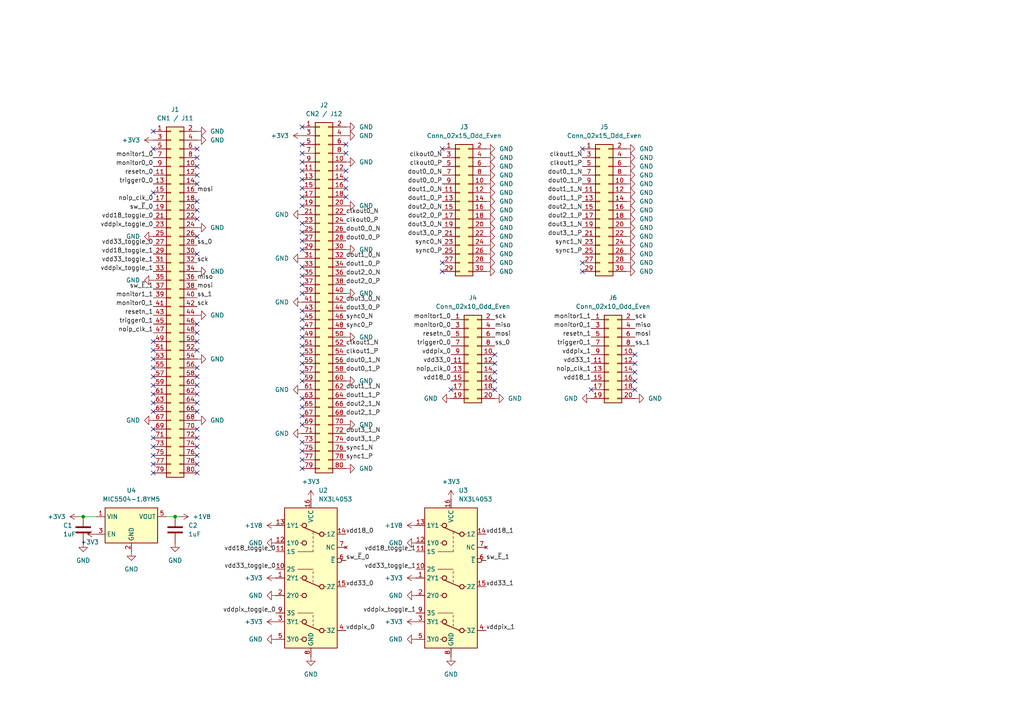
<source format=kicad_sch>
(kicad_sch (version 20231120) (generator "eeschema") (generator_version "8.0")
  (paper "A4")
  (lib_symbols
    (symbol "Connector_Generic:Conn_02x10_Odd_Even" (pin_names (offset 1.016) hide)
      (property "Reference" "J" (at 1.27 12.7 0))
      (property "Value" "Conn_02x10_Odd_Even" (at 1.27 -15.24 0))
      (symbol "Conn_02x10_Odd_Even_1_1"
        (pin passive line (at -5.08 10.16 0) (length 3.81) (name "Pin_1") (number "1"))
        (pin passive line (at 7.62 0 180) (length 3.81) (name "Pin_10") (number "10"))
        (pin passive line (at -5.08 -2.54 0) (length 3.81) (name "Pin_11") (number "11"))
        (pin passive line (at 7.62 -2.54 180) (length 3.81) (name "Pin_12") (number "12"))
        (pin passive line (at -5.08 -5.08 0) (length 3.81) (name "Pin_13") (number "13"))
        (pin passive line (at 7.62 -5.08 180) (length 3.81) (name "Pin_14") (number "14"))
        (pin passive line (at -5.08 -7.62 0) (length 3.81) (name "Pin_15") (number "15"))
        (pin passive line (at 7.62 -7.62 180) (length 3.81) (name "Pin_16") (number "16"))
        (pin passive line (at -5.08 -10.16 0) (length 3.81) (name "Pin_17") (number "17"))
        (pin passive line (at 7.62 -10.16 180) (length 3.81) (name "Pin_18") (number "18"))
        (pin passive line (at -5.08 -12.7 0) (length 3.81) (name "Pin_19") (number "19"))
        (pin passive line (at 7.62 10.16 180) (length 3.81) (name "Pin_2") (number "2"))
        (pin passive line (at 7.62 -12.7 180) (length 3.81) (name "Pin_20") (number "20"))
        (pin passive line (at -5.08 7.62 0) (length 3.81) (name "Pin_3") (number "3"))
        (pin passive line (at 7.62 7.62 180) (length 3.81) (name "Pin_4") (number "4"))
        (pin passive line (at -5.08 5.08 0) (length 3.81) (name "Pin_5") (number "5"))
        (pin passive line (at 7.62 5.08 180) (length 3.81) (name "Pin_6") (number "6"))
        (pin passive line (at -5.08 2.54 0) (length 3.81) (name "Pin_7") (number "7"))
        (pin passive line (at 7.62 2.54 180) (length 3.81) (name "Pin_8") (number "8"))
        (pin passive line (at -5.08 0 0) (length 3.81) (name "Pin_9") (number "9"))
      )
    )
    (symbol "Connector_Generic:Conn_02x15_Odd_Even" (pin_names (offset 1.016) hide)
      (property "Reference" "J" (at 1.27 20.32 0))
      (property "Value" "Conn_02x15_Odd_Even" (at 1.27 -20.32 0))
      (symbol "Conn_02x15_Odd_Even_1_1"
        (pin passive line (at -5.08 17.78 0) (length 3.81) (name "Pin_1") (number "1"))
        (pin passive line (at 7.62 7.62 180) (length 3.81) (name "Pin_10") (number "10"))
        (pin passive line (at -5.08 5.08 0) (length 3.81) (name "Pin_11") (number "11"))
        (pin passive line (at 7.62 5.08 180) (length 3.81) (name "Pin_12") (number "12"))
        (pin passive line (at -5.08 2.54 0) (length 3.81) (name "Pin_13") (number "13"))
        (pin passive line (at 7.62 2.54 180) (length 3.81) (name "Pin_14") (number "14"))
        (pin passive line (at -5.08 0 0) (length 3.81) (name "Pin_15") (number "15"))
        (pin passive line (at 7.62 0 180) (length 3.81) (name "Pin_16") (number "16"))
        (pin passive line (at -5.08 -2.54 0) (length 3.81) (name "Pin_17") (number "17"))
        (pin passive line (at 7.62 -2.54 180) (length 3.81) (name "Pin_18") (number "18"))
        (pin passive line (at -5.08 -5.08 0) (length 3.81) (name "Pin_19") (number "19"))
        (pin passive line (at 7.62 17.78 180) (length 3.81) (name "Pin_2") (number "2"))
        (pin passive line (at 7.62 -5.08 180) (length 3.81) (name "Pin_20") (number "20"))
        (pin passive line (at -5.08 -7.62 0) (length 3.81) (name "Pin_21") (number "21"))
        (pin passive line (at 7.62 -7.62 180) (length 3.81) (name "Pin_22") (number "22"))
        (pin passive line (at -5.08 -10.16 0) (length 3.81) (name "Pin_23") (number "23"))
        (pin passive line (at 7.62 -10.16 180) (length 3.81) (name "Pin_24") (number "24"))
        (pin passive line (at -5.08 -12.7 0) (length 3.81) (name "Pin_25") (number "25"))
        (pin passive line (at 7.62 -12.7 180) (length 3.81) (name "Pin_26") (number "26"))
        (pin passive line (at -5.08 -15.24 0) (length 3.81) (name "Pin_27") (number "27"))
        (pin passive line (at 7.62 -15.24 180) (length 3.81) (name "Pin_28") (number "28"))
        (pin passive line (at -5.08 -17.78 0) (length 3.81) (name "Pin_29") (number "29"))
        (pin passive line (at -5.08 15.24 0) (length 3.81) (name "Pin_3") (number "3"))
        (pin passive line (at 7.62 -17.78 180) (length 3.81) (name "Pin_30") (number "30"))
        (pin passive line (at 7.62 15.24 180) (length 3.81) (name "Pin_4") (number "4"))
        (pin passive line (at -5.08 12.7 0) (length 3.81) (name "Pin_5") (number "5"))
        (pin passive line (at 7.62 12.7 180) (length 3.81) (name "Pin_6") (number "6"))
        (pin passive line (at -5.08 10.16 0) (length 3.81) (name "Pin_7") (number "7"))
        (pin passive line (at 7.62 10.16 180) (length 3.81) (name "Pin_8") (number "8"))
        (pin passive line (at -5.08 7.62 0) (length 3.81) (name "Pin_9") (number "9"))
      )
    )
    (symbol "Connector_Generic:Conn_02x40_Odd_Even" (pin_names (offset 1.016) hide)
      (property "Reference" "J" (at 1.27 50.8 0))
      (property "Value" "Conn_02x40_Odd_Even" (at 1.27 -53.34 0))
      (symbol "Conn_02x40_Odd_Even_1_1"
        (pin passive line (at -5.08 48.26 0) (length 3.81) (name "Pin_1") (number "1"))
        (pin passive line (at 7.62 38.1 180) (length 3.81) (name "Pin_10") (number "10"))
        (pin passive line (at -5.08 35.56 0) (length 3.81) (name "Pin_11") (number "11"))
        (pin passive line (at 7.62 35.56 180) (length 3.81) (name "Pin_12") (number "12"))
        (pin passive line (at -5.08 33.02 0) (length 3.81) (name "Pin_13") (number "13"))
        (pin passive line (at 7.62 33.02 180) (length 3.81) (name "Pin_14") (number "14"))
        (pin passive line (at -5.08 30.48 0) (length 3.81) (name "Pin_15") (number "15"))
        (pin passive line (at 7.62 30.48 180) (length 3.81) (name "Pin_16") (number "16"))
        (pin passive line (at -5.08 27.94 0) (length 3.81) (name "Pin_17") (number "17"))
        (pin passive line (at 7.62 27.94 180) (length 3.81) (name "Pin_18") (number "18"))
        (pin passive line (at -5.08 25.4 0) (length 3.81) (name "Pin_19") (number "19"))
        (pin passive line (at 7.62 48.26 180) (length 3.81) (name "Pin_2") (number "2"))
        (pin passive line (at 7.62 25.4 180) (length 3.81) (name "Pin_20") (number "20"))
        (pin passive line (at -5.08 22.86 0) (length 3.81) (name "Pin_21") (number "21"))
        (pin passive line (at 7.62 22.86 180) (length 3.81) (name "Pin_22") (number "22"))
        (pin passive line (at -5.08 20.32 0) (length 3.81) (name "Pin_23") (number "23"))
        (pin passive line (at 7.62 20.32 180) (length 3.81) (name "Pin_24") (number "24"))
        (pin passive line (at -5.08 17.78 0) (length 3.81) (name "Pin_25") (number "25"))
        (pin passive line (at 7.62 17.78 180) (length 3.81) (name "Pin_26") (number "26"))
        (pin passive line (at -5.08 15.24 0) (length 3.81) (name "Pin_27") (number "27"))
        (pin passive line (at 7.62 15.24 180) (length 3.81) (name "Pin_28") (number "28"))
        (pin passive line (at -5.08 12.7 0) (length 3.81) (name "Pin_29") (number "29"))
        (pin passive line (at -5.08 45.72 0) (length 3.81) (name "Pin_3") (number "3"))
        (pin passive line (at 7.62 12.7 180) (length 3.81) (name "Pin_30") (number "30"))
        (pin passive line (at -5.08 10.16 0) (length 3.81) (name "Pin_31") (number "31"))
        (pin passive line (at 7.62 10.16 180) (length 3.81) (name "Pin_32") (number "32"))
        (pin passive line (at -5.08 7.62 0) (length 3.81) (name "Pin_33") (number "33"))
        (pin passive line (at 7.62 7.62 180) (length 3.81) (name "Pin_34") (number "34"))
        (pin passive line (at -5.08 5.08 0) (length 3.81) (name "Pin_35") (number "35"))
        (pin passive line (at 7.62 5.08 180) (length 3.81) (name "Pin_36") (number "36"))
        (pin passive line (at -5.08 2.54 0) (length 3.81) (name "Pin_37") (number "37"))
        (pin passive line (at 7.62 2.54 180) (length 3.81) (name "Pin_38") (number "38"))
        (pin passive line (at -5.08 0 0) (length 3.81) (name "Pin_39") (number "39"))
        (pin passive line (at 7.62 45.72 180) (length 3.81) (name "Pin_4") (number "4"))
        (pin passive line (at 7.62 0 180) (length 3.81) (name "Pin_40") (number "40"))
        (pin passive line (at -5.08 -2.54 0) (length 3.81) (name "Pin_41") (number "41"))
        (pin passive line (at 7.62 -2.54 180) (length 3.81) (name "Pin_42") (number "42"))
        (pin passive line (at -5.08 -5.08 0) (length 3.81) (name "Pin_43") (number "43"))
        (pin passive line (at 7.62 -5.08 180) (length 3.81) (name "Pin_44") (number "44"))
        (pin passive line (at -5.08 -7.62 0) (length 3.81) (name "Pin_45") (number "45"))
        (pin passive line (at 7.62 -7.62 180) (length 3.81) (name "Pin_46") (number "46"))
        (pin passive line (at -5.08 -10.16 0) (length 3.81) (name "Pin_47") (number "47"))
        (pin passive line (at 7.62 -10.16 180) (length 3.81) (name "Pin_48") (number "48"))
        (pin passive line (at -5.08 -12.7 0) (length 3.81) (name "Pin_49") (number "49"))
        (pin passive line (at -5.08 43.18 0) (length 3.81) (name "Pin_5") (number "5"))
        (pin passive line (at 7.62 -12.7 180) (length 3.81) (name "Pin_50") (number "50"))
        (pin passive line (at -5.08 -15.24 0) (length 3.81) (name "Pin_51") (number "51"))
        (pin passive line (at 7.62 -15.24 180) (length 3.81) (name "Pin_52") (number "52"))
        (pin passive line (at -5.08 -17.78 0) (length 3.81) (name "Pin_53") (number "53"))
        (pin passive line (at 7.62 -17.78 180) (length 3.81) (name "Pin_54") (number "54"))
        (pin passive line (at -5.08 -20.32 0) (length 3.81) (name "Pin_55") (number "55"))
        (pin passive line (at 7.62 -20.32 180) (length 3.81) (name "Pin_56") (number "56"))
        (pin passive line (at -5.08 -22.86 0) (length 3.81) (name "Pin_57") (number "57"))
        (pin passive line (at 7.62 -22.86 180) (length 3.81) (name "Pin_58") (number "58"))
        (pin passive line (at -5.08 -25.4 0) (length 3.81) (name "Pin_59") (number "59"))
        (pin passive line (at 7.62 43.18 180) (length 3.81) (name "Pin_6") (number "6"))
        (pin passive line (at 7.62 -25.4 180) (length 3.81) (name "Pin_60") (number "60"))
        (pin passive line (at -5.08 -27.94 0) (length 3.81) (name "Pin_61") (number "61"))
        (pin passive line (at 7.62 -27.94 180) (length 3.81) (name "Pin_62") (number "62"))
        (pin passive line (at -5.08 -30.48 0) (length 3.81) (name "Pin_63") (number "63"))
        (pin passive line (at 7.62 -30.48 180) (length 3.81) (name "Pin_64") (number "64"))
        (pin passive line (at -5.08 -33.02 0) (length 3.81) (name "Pin_65") (number "65"))
        (pin passive line (at 7.62 -33.02 180) (length 3.81) (name "Pin_66") (number "66"))
        (pin passive line (at -5.08 -35.56 0) (length 3.81) (name "Pin_67") (number "67"))
        (pin passive line (at 7.62 -35.56 180) (length 3.81) (name "Pin_68") (number "68"))
        (pin passive line (at -5.08 -38.1 0) (length 3.81) (name "Pin_69") (number "69"))
        (pin passive line (at -5.08 40.64 0) (length 3.81) (name "Pin_7") (number "7"))
        (pin passive line (at 7.62 -38.1 180) (length 3.81) (name "Pin_70") (number "70"))
        (pin passive line (at -5.08 -40.64 0) (length 3.81) (name "Pin_71") (number "71"))
        (pin passive line (at 7.62 -40.64 180) (length 3.81) (name "Pin_72") (number "72"))
        (pin passive line (at -5.08 -43.18 0) (length 3.81) (name "Pin_73") (number "73"))
        (pin passive line (at 7.62 -43.18 180) (length 3.81) (name "Pin_74") (number "74"))
        (pin passive line (at -5.08 -45.72 0) (length 3.81) (name "Pin_75") (number "75"))
        (pin passive line (at 7.62 -45.72 180) (length 3.81) (name "Pin_76") (number "76"))
        (pin passive line (at -5.08 -48.26 0) (length 3.81) (name "Pin_77") (number "77"))
        (pin passive line (at 7.62 -48.26 180) (length 3.81) (name "Pin_78") (number "78"))
        (pin passive line (at -5.08 -50.8 0) (length 3.81) (name "Pin_79") (number "79"))
        (pin passive line (at 7.62 40.64 180) (length 3.81) (name "Pin_8") (number "8"))
        (pin passive line (at 7.62 -50.8 180) (length 3.81) (name "Pin_80") (number "80"))
        (pin passive line (at -5.08 38.1 0) (length 3.81) (name "Pin_9") (number "9"))
      )
    )
    (symbol "Device:C" (pin_numbers hide) (pin_names (offset 0.254))
      (property "Reference" "C" (at 0.635 2.54 0))
      (property "Value" "C" (at 0.635 -2.54 0))
      (symbol "C_1_1"
        (pin passive line (at 0 3.81 270) (length 2.794) (name "~") (number "1"))
        (pin passive line (at 0 -3.81 90) (length 2.794) (name "~") (number "2"))
      )
    )
    (symbol "NX3L4053:NX3L4053"
      (property "Reference" "U" (at -7.62 16.51 0))
      (property "Value" "NX3L4053" (at 0.635 16.51 0))
      (symbol "NX3L4053_1_1"
        (pin bidirectional line (at -10.16 -5.08 0) (length 2.54) (name "2Y1") (number "1"))
        (pin input line (at -10.16 -2.54 0) (length 2.54) (name "2S") (number "10"))
        (pin input line (at -10.16 2.54 0) (length 2.54) (name "1S") (number "11"))
        (pin passive line (at 0 -27.94 90) (length 2.54) hide (name "GND") (number "11"))
        (pin bidirectional line (at -10.16 5.08 0) (length 2.54) (name "1Y0") (number "12"))
        (pin bidirectional line (at -10.16 10.16 0) (length 2.54) (name "1Y1") (number "13"))
        (pin bidirectional line (at 10.16 7.62 180) (length 2.54) (name "1Z") (number "14"))
        (pin bidirectional line (at 10.16 -7.62 180) (length 2.54) (name "2Z") (number "15"))
        (pin power_in line (at 0 17.78 270) (length 2.54) (name "VCC") (number "16"))
        (pin bidirectional line (at -10.16 -10.16 0) (length 2.54) (name "2Y0") (number "2"))
        (pin bidirectional line (at -10.16 -17.78 0) (length 2.54) (name "3Y1") (number "3"))
        (pin bidirectional line (at 10.16 -20.32 180) (length 2.54) (name "3Z") (number "4"))
        (pin bidirectional line (at -10.16 -22.86 0) (length 2.54) (name "3Y0") (number "5"))
        (pin bidirectional inverted (at 10.16 0 180) (length 2.54) (name "~{E}") (number "6"))
        (pin no_connect line (at 10.16 3.81 180) (length 2.54) (name "NC") (number "7"))
        (pin power_in line (at 0 -27.94 90) (length 2.54) (name "GND") (number "8"))
        (pin input line (at -10.16 -15.24 0) (length 2.54) (name "3S") (number "9"))
      )
    )
    (symbol "Regulator_Linear:MIC5504-1.8YM5"
      (property "Reference" "U" (at -7.62 8.89 0))
      (property "Value" "MIC5504-1.8YM5" (at -7.62 6.35 0))
      (symbol "MIC5504-1.8YM5_1_1"
        (pin power_in line (at -10.16 2.54 0) (length 2.54) (name "VIN") (number "1"))
        (pin power_in line (at 0 -7.62 90) (length 2.54) (name "GND") (number "2"))
        (pin input line (at -10.16 -2.54 0) (length 2.54) (name "EN") (number "3"))
        (pin no_connect line (at 7.62 -2.54 180) (length 2.54) hide (name "NC") (number "4"))
        (pin power_out line (at 10.16 2.54 180) (length 2.54) (name "VOUT") (number "5"))
      )
    )
    (symbol "power:+1V8" (power) (pin_numbers hide) (pin_names (offset 0) hide)
      (property "Value" "+1V8" (at 0 3.556 0))
      (symbol "+1V8_1_1"
        (pin power_in line (at 0 0 90) (length 0) (name "~") (number "1"))
      )
    )
    (symbol "power:+3.3V" (power) (pin_numbers hide) (pin_names (offset 0) hide)
      (property "Value" "+3.3V" (at 0 3.556 0))
      (symbol "+3.3V_1_1"
        (pin power_in line (at 0 0 90) (length 0) (name "~") (number "1"))
      )
    )
    (symbol "power:+3V3" (power) (pin_numbers hide) (pin_names (offset 0) hide)
      (property "Value" "+3V3" (at 0 3.556 0))
      (symbol "+3V3_1_1"
        (pin power_in line (at 0 0 90) (length 0) (name "~") (number "1"))
      )
    )
    (symbol "power:GND" (power) (pin_numbers hide) (pin_names (offset 0) hide)
      (property "Value" "GND" (at 0 -3.81 0))
      (symbol "GND_1_1"
        (pin power_in line (at 0 0 270) (length 0) (name "~") (number "1"))
      )
    )
  )
  (junction (at 24.13 149.86))
  (junction (at 50.8 149.86))
  (no_connect (at 100.33 44.45))
  (no_connect (at 87.63 64.77))
  (no_connect (at 87.63 44.45))
  (no_connect (at 87.63 135.89))
  (no_connect (at 57.15 63.5))
  (no_connect (at 57.15 101.6))
  (no_connect (at 143.51 107.95))
  (no_connect (at 168.91 76.2))
  (no_connect (at 143.51 102.87))
  (no_connect (at 87.63 95.25))
  (no_connect (at 44.45 101.6))
  (no_connect (at 168.91 78.74))
  (no_connect (at 57.15 50.8))
  (no_connect (at 128.27 76.2))
  (no_connect (at 87.63 105.41))
  (no_connect (at 87.63 133.35))
  (no_connect (at 57.15 73.66))
  (no_connect (at 57.15 53.34))
  (no_connect (at 57.15 114.3))
  (no_connect (at 87.63 59.69))
  (no_connect (at 168.91 43.18))
  (no_connect (at 184.15 107.95))
  (no_connect (at 57.15 99.06))
  (no_connect (at 128.27 43.18))
  (no_connect (at 100.33 52.07))
  (no_connect (at 44.45 43.18))
  (no_connect (at 57.15 58.42))
  (no_connect (at 100.33 57.15))
  (no_connect (at 44.45 111.76))
  (no_connect (at 57.15 109.22))
  (no_connect (at 57.15 96.52))
  (no_connect (at 57.15 127))
  (no_connect (at 171.45 113.03))
  (no_connect (at 184.15 102.87))
  (no_connect (at 130.81 113.03))
  (no_connect (at 57.15 48.26))
  (no_connect (at 87.63 69.85))
  (no_connect (at 57.15 106.68))
  (no_connect (at 57.15 129.54))
  (no_connect (at 143.51 113.03))
  (no_connect (at 44.45 116.84))
  (no_connect (at 57.15 93.98))
  (no_connect (at 44.45 38.1))
  (no_connect (at 87.63 72.39))
  (no_connect (at 57.15 119.38))
  (no_connect (at 87.63 92.71))
  (no_connect (at 44.45 99.06))
  (no_connect (at 44.45 129.54))
  (no_connect (at 87.63 115.57))
  (no_connect (at 44.45 114.3))
  (no_connect (at 87.63 46.99))
  (no_connect (at 44.45 137.16))
  (no_connect (at 57.15 116.84))
  (no_connect (at 87.63 100.33))
  (no_connect (at 87.63 130.81))
  (no_connect (at 57.15 45.72))
  (no_connect (at 87.63 123.19))
  (no_connect (at 87.63 102.87))
  (no_connect (at 128.27 78.74))
  (no_connect (at 87.63 110.49))
  (no_connect (at 87.63 85.09))
  (no_connect (at 44.45 124.46))
  (no_connect (at 100.33 54.61))
  (no_connect (at 44.45 55.88))
  (no_connect (at 57.15 134.62))
  (no_connect (at 87.63 49.53))
  (no_connect (at 87.63 128.27))
  (no_connect (at 143.51 105.41))
  (no_connect (at 143.51 110.49))
  (no_connect (at 87.63 90.17))
  (no_connect (at 184.15 105.41))
  (no_connect (at 44.45 134.62))
  (no_connect (at 87.63 107.95))
  (no_connect (at 87.63 36.83))
  (no_connect (at 87.63 120.65))
  (no_connect (at 87.63 67.31))
  (no_connect (at 87.63 97.79))
  (no_connect (at 100.33 49.53))
  (no_connect (at 44.45 132.08))
  (no_connect (at 184.15 110.49))
  (no_connect (at 87.63 77.47))
  (no_connect (at 57.15 137.16))
  (no_connect (at 44.45 119.38))
  (no_connect (at 87.63 41.91))
  (no_connect (at 44.45 104.14))
  (no_connect (at 87.63 54.61))
  (no_connect (at 44.45 127))
  (no_connect (at 57.15 43.18))
  (no_connect (at 184.15 113.03))
  (no_connect (at 57.15 132.08))
  (no_connect (at 87.63 82.55))
  (no_connect (at 87.63 118.11))
  (no_connect (at 87.63 80.01))
  (no_connect (at 44.45 106.68))
  (no_connect (at 57.15 111.76))
  (no_connect (at 44.45 109.22))
  (no_connect (at 57.15 68.58))
  (no_connect (at 57.15 60.96))
  (no_connect (at 87.63 57.15))
  (no_connect (at 100.33 41.91))
  (no_connect (at 57.15 124.46))
  (no_connect (at 87.63 52.07))
  (wire (pts (xy 52.07 149.86) (xy 50.8 149.86)))
  (wire (pts (xy 24.13 149.86) (xy 27.94 149.86)))
  (wire (pts (xy 50.8 149.86) (xy 48.26 149.86)))
  (wire (pts (xy 22.86 149.86) (xy 24.13 149.86)))
  (label "dout0_1_P" (at 100.33 107.95 0))
  (label "resetn_1" (at 171.45 97.79 180))
  (label "sync0_P" (at 100.33 95.25 0))
  (label "miso" (at 184.15 95.25 0))
  (label "sck" (at 143.51 92.71 0))
  (label "sync1_N" (at 100.33 130.81 0))
  (label "sw_~{E}_1" (at 44.45 83.82 180))
  (label "vdd33_1" (at 171.45 105.41 180))
  (label "vdd33_toggle_1" (at 120.65 165.1 180))
  (label "dout1_0_N" (at 128.27 55.88 180))
  (label "clkout0_P" (at 100.33 64.77 0))
  (label "dout2_1_N" (at 168.91 60.96 180))
  (label "clkout1_N" (at 100.33 100.33 0))
  (label "vddpix_toggle_0" (at 80.01 177.8 180))
  (label "ss_1" (at 184.15 100.33 0))
  (label "sck" (at 57.15 76.2 0))
  (label "ss_0" (at 143.51 100.33 0))
  (label "sync0_N" (at 100.33 92.71 0))
  (label "dout3_1_P" (at 100.33 128.27 0))
  (label "dout1_1_N" (at 168.91 55.88 180))
  (label "vdd33_1" (at 140.97 170.18 0))
  (label "vdd18_0" (at 130.81 110.49 180))
  (label "dout2_1_P" (at 100.33 120.65 0))
  (label "clkout1_N" (at 168.91 45.72 180))
  (label "monitor0_1" (at 44.45 88.9 180))
  (label "clkout0_P" (at 128.27 48.26 180))
  (label "dout0_0_N" (at 100.33 67.31 0))
  (label "clkout0_N" (at 128.27 45.72 180))
  (label "dout3_0_N" (at 128.27 66.04 180))
  (label "vddpix_toggle_0" (at 44.45 66.04 180))
  (label "vdd33_toggle_1" (at 44.45 76.2 180))
  (label "dout0_1_N" (at 100.33 105.41 0))
  (label "clkout1_P" (at 100.33 102.87 0))
  (label "clkout1_P" (at 168.91 48.26 180))
  (label "dout1_0_N" (at 100.33 74.93 0))
  (label "dout3_0_P" (at 100.33 90.17 0))
  (label "monitor0_0" (at 130.81 95.25 180))
  (label "vdd33_0" (at 130.81 105.41 180))
  (label "vddpix_1" (at 171.45 102.87 180))
  (label "dout2_1_N" (at 100.33 118.11 0))
  (label "sw_~{E}_0" (at 44.45 60.96 180))
  (label "monitor1_1" (at 44.45 86.36 180))
  (label "dout3_0_N" (at 100.33 87.63 0))
  (label "vdd18_toggle_0" (at 80.01 160.02 180))
  (label "mosi" (at 143.51 97.79 0))
  (label "vdd33_0" (at 100.33 170.18 0))
  (label "miso" (at 57.15 81.28 0))
  (label "dout1_0_P" (at 100.33 77.47 0))
  (label "dout1_1_N" (at 100.33 113.03 0))
  (label "dout3_1_N" (at 100.33 125.73 0))
  (label "vddpix_0" (at 100.33 182.88 0))
  (label "mosi" (at 57.15 83.82 0))
  (label "dout0_0_P" (at 100.33 69.85 0))
  (label "monitor1_0" (at 130.81 92.71 180))
  (label "sync1_P" (at 100.33 133.35 0))
  (label "trigger0_0" (at 130.81 100.33 180))
  (label "dout0_0_N" (at 128.27 50.8 180))
  (label "vdd18_1" (at 171.45 110.49 180))
  (label "sw_~{E}_0" (at 100.33 162.56 0))
  (label "resetn_1" (at 44.45 91.44 180))
  (label "sync0_N" (at 128.27 71.12 180))
  (label "vddpix_toggle_1" (at 120.65 177.8 180))
  (label "monitor1_0" (at 44.45 45.72 180))
  (label "dout2_0_P" (at 100.33 82.55 0))
  (label "mosi" (at 184.15 97.79 0))
  (label "trigger0_1" (at 44.45 93.98 180))
  (label "ss_1" (at 57.15 86.36 0))
  (label "trigger0_0" (at 44.45 53.34 180))
  (label "resetn_0" (at 44.45 50.8 180))
  (label "dout0_0_P" (at 128.27 53.34 180))
  (label "vdd33_toggle_0" (at 44.45 71.12 180))
  (label "dout0_1_N" (at 168.91 50.8 180))
  (label "dout2_0_P" (at 128.27 63.5 180))
  (label "noip_clk_1" (at 171.45 107.95 180))
  (label "monitor0_0" (at 44.45 48.26 180))
  (label "monitor0_1" (at 171.45 95.25 180))
  (label "vdd18_toggle_1" (at 120.65 160.02 180))
  (label "dout3_1_N" (at 168.91 66.04 180))
  (label "dout0_1_P" (at 168.91 53.34 180))
  (label "dout3_0_P" (at 128.27 68.58 180))
  (label "noip_clk_1" (at 44.45 96.52 180))
  (label "dout1_1_P" (at 100.33 115.57 0))
  (label "vdd18_1" (at 140.97 154.94 0))
  (label "vddpix_toggle_1" (at 44.45 78.74 180))
  (label "ss_0" (at 57.15 71.12 0))
  (label "resetn_0" (at 130.81 97.79 180))
  (label "miso" (at 143.51 95.25 0))
  (label "sw_~{E}_1" (at 140.97 162.56 0))
  (label "vdd18_0" (at 100.33 154.94 0))
  (label "vdd18_toggle_0" (at 44.45 63.5 180))
  (label "sync1_P" (at 168.91 73.66 180))
  (label "noip_clk_0" (at 44.45 58.42 180))
  (label "vdd33_toggle_0" (at 80.01 165.1 180))
  (label "sck" (at 184.15 92.71 0))
  (label "clkout0_N" (at 100.33 62.23 0))
  (label "dout2_0_N" (at 128.27 60.96 180))
  (label "vddpix_0" (at 130.81 102.87 180))
  (label "vdd18_toggle_1" (at 44.45 73.66 180))
  (label "dout2_1_P" (at 168.91 63.5 180))
  (label "dout1_1_P" (at 168.91 58.42 180))
  (label "trigger0_1" (at 171.45 100.33 180))
  (label "sync0_P" (at 128.27 73.66 180))
  (label "dout2_0_N" (at 100.33 80.01 0))
  (label "dout1_0_P" (at 128.27 58.42 180))
  (label "sync1_N" (at 168.91 71.12 180))
  (label "vddpix_1" (at 140.97 182.88 0))
  (label "monitor1_1" (at 171.45 92.71 180))
  (label "noip_clk_0" (at 130.81 107.95 180))
  (label "mosi" (at 57.15 55.88 0))
  (label "sck" (at 57.15 88.9 0))
  (label "dout3_1_P" (at 168.91 68.58 180))
  (symbol (lib_id "power:GND") (at 100.33 85.09 90) (unit 1)
    (property "Reference" "#PWR028" (effects (hide yes)))
    (property "Value" "GND" (at 104.14 85.0899 90) (effects (justify right)))
    (property "Description" "Power symbol creates a global label with name \"GND\" , ground" (effects (hide yes)))
  )
  (symbol (lib_id "power:GND") (at 57.15 78.74 90) (unit 1)
    (property "Reference" "#PWR020" (effects (hide yes)))
    (property "Value" "GND" (at 60.96 78.7399 90) (effects (justify right)))
    (property "Description" "Power symbol creates a global label with name \"GND\" , ground" (effects (hide yes)))
  )
  (symbol (lib_id "power:GND") (at 90.17 190.5 0) (unit 1)
    (property "Reference" "#PWR043" (effects (hide yes)))
    (property "Value" "GND" (at 90.17 195.58 0))
    (property "Description" "Power symbol creates a global label with name \"GND\" , ground" (effects (hide yes)))
  )
  (symbol (lib_id "NX3L4053:NX3L4053") (at 130.81 162.56 0) (unit 1)
    (property "Reference" "U3" (at 133.0041 142.24 0) (effects (justify left)))
    (property "Value" "NX3L4053" (at 133.0041 144.78 0) (effects (justify left)))
    (property "Footprint" "NX3L4053PW_118:SOP65P640X110-16N" (effects (hide yes)))
    (property "Datasheet" "https://www.mouser.fr/datasheet/2/302/NX3L4053-1902135.pdf" (effects (hide yes)))
    (property "Description" "Triple low-ohmic single-pole double-throw analog switch" (effects (hide yes)))
  )
  (symbol (lib_id "power:GND") (at 44.45 81.28 270) (unit 1)
    (property "Reference" "#PWR067" (effects (hide yes)))
    (property "Value" "GND" (at 40.64 81.2799 90) (effects (justify right)))
    (property "Description" "Power symbol creates a global label with name \"GND\" , ground" (effects (hide yes)))
  )
  (symbol (lib_id "power:GND") (at 140.97 60.96 90) (unit 1)
    (property "Reference" "#PWR010" (effects (hide yes)))
    (property "Value" "GND" (at 144.78 60.9599 90) (effects (justify right)))
    (property "Description" "Power symbol creates a global label with name \"GND\" , ground" (effects (hide yes)))
  )
  (symbol (lib_id "power:GND") (at 57.15 38.1 90) (unit 1)
    (property "Reference" "#PWR014" (effects (hide yes)))
    (property "Value" "GND" (at 60.96 38.0999 90) (effects (justify right)))
    (property "Description" "Power symbol creates a global label with name \"GND\" , ground" (effects (hide yes)))
  )
  (symbol (lib_id "Connector_Generic:Conn_02x40_Odd_Even") (at 49.53 86.36 0) (unit 1)
    (property "Reference" "J1" (at 50.8 31.75 0))
    (property "Value" "CN1 / J11" (at 50.8 34.29 0))
    (property "Footprint" "TFM-140-12-L-D-A:SAMTEC_TFM-140-12-L-D-A" (effects (hide yes)))
    (property "Description" "Generic connector, double row, 02x40, odd/even pin numbering scheme (row 1 odd numbers, row 2 even numbers), script generated (kicad-library-utils/schlib/autogen/connector/)" (effects (hide yes)))
  )
  (symbol (lib_id "power:GND") (at 100.33 72.39 90) (unit 1)
    (property "Reference" "#PWR027" (effects (hide yes)))
    (property "Value" "GND" (at 104.14 72.3899 90) (effects (justify right)))
    (property "Description" "Power symbol creates a global label with name \"GND\" , ground" (effects (hide yes)))
  )
  (symbol (lib_id "power:GND") (at 181.61 78.74 90) (unit 1)
    (property "Reference" "#PWR083" (effects (hide yes)))
    (property "Value" "GND" (at 185.42 78.7399 90) (effects (justify right)))
    (property "Description" "Power symbol creates a global label with name \"GND\" , ground" (effects (hide yes)))
  )
  (symbol (lib_id "power:GND") (at 181.61 66.04 90) (unit 1)
    (property "Reference" "#PWR039" (effects (hide yes)))
    (property "Value" "GND" (at 185.42 66.0399 90) (effects (justify right)))
    (property "Description" "Power symbol creates a global label with name \"GND\" , ground" (effects (hide yes)))
  )
  (symbol (lib_id "power:GND") (at 140.97 48.26 90) (unit 1)
    (property "Reference" "#PWR05" (effects (hide yes)))
    (property "Value" "GND" (at 144.78 48.2599 90) (effects (justify right)))
    (property "Description" "Power symbol creates a global label with name \"GND\" , ground" (effects (hide yes)))
  )
  (symbol (lib_id "power:GND") (at 140.97 43.18 90) (unit 1)
    (property "Reference" "#PWR03" (effects (hide yes)))
    (property "Value" "GND" (at 144.78 43.1799 90) (effects (justify right)))
    (property "Description" "Power symbol creates a global label with name \"GND\" , ground" (effects (hide yes)))
  )
  (symbol (lib_id "power:GND") (at 140.97 76.2 90) (unit 1)
    (property "Reference" "#PWR075" (effects (hide yes)))
    (property "Value" "GND" (at 144.78 76.1999 90) (effects (justify right)))
    (property "Description" "Power symbol creates a global label with name \"GND\" , ground" (effects (hide yes)))
  )
  (symbol (lib_id "power:+3.3V") (at 27.94 154.94 90) (unit 1)
    (property "Reference" "#PWR073" (effects (hide yes)))
    (property "Value" "+3V3" (at 28.702 157.226 90) (effects (justify left)))
    (property "Description" "Power symbol creates a global label with name \"+3.3V\"" (effects (hide yes)))
  )
  (symbol (lib_id "power:GND") (at 140.97 78.74 90) (unit 1)
    (property "Reference" "#PWR076" (effects (hide yes)))
    (property "Value" "GND" (at 144.78 78.7399 90) (effects (justify right)))
    (property "Description" "Power symbol creates a global label with name \"GND\" , ground" (effects (hide yes)))
  )
  (symbol (lib_id "power:GND") (at 87.63 87.63 270) (unit 1)
    (property "Reference" "#PWR064" (effects (hide yes)))
    (property "Value" "GND" (at 83.82 87.6299 90) (effects (justify right)))
    (property "Description" "Power symbol creates a global label with name \"GND\" , ground" (effects (hide yes)))
  )
  (symbol (lib_id "power:+3.3V") (at 120.65 167.64 90) (mirror x) (unit 1)
    (property "Reference" "#PWR053" (effects (hide yes)))
    (property "Value" "+3V3" (at 116.84 167.6401 90) (effects (justify left)))
    (property "Description" "Power symbol creates a global label with name \"+3.3V\"" (effects (hide yes)))
  )
  (symbol (lib_id "power:GND") (at 140.97 55.88 90) (unit 1)
    (property "Reference" "#PWR08" (effects (hide yes)))
    (property "Value" "GND" (at 144.78 55.8799 90) (effects (justify right)))
    (property "Description" "Power symbol creates a global label with name \"GND\" , ground" (effects (hide yes)))
  )
  (symbol (lib_id "power:GND") (at 181.61 48.26 90) (unit 1)
    (property "Reference" "#PWR032" (effects (hide yes)))
    (property "Value" "GND" (at 185.42 48.2599 90) (effects (justify right)))
    (property "Description" "Power symbol creates a global label with name \"GND\" , ground" (effects (hide yes)))
  )
  (symbol (lib_id "Connector_Generic:Conn_02x10_Odd_Even") (at 135.89 102.87 0) (unit 1)
    (property "Reference" "J4" (at 137.16 86.36 0))
    (property "Value" "Conn_02x10_Odd_Even" (at 137.16 88.9 0))
    (property "Footprint" "SAMTEC_TFML11002LDLC:SAMTEC_TFML-110-02-L-D-LC-TR" (effects (hide yes)))
    (property "Description" "Generic connector, double row, 02x10, odd/even pin numbering scheme (row 1 odd numbers, row 2 even numbers), script generated (kicad-library-utils/schlib/autogen/connector/)" (effects (hide yes)))
  )
  (symbol (lib_id "power:GND") (at 87.63 62.23 270) (unit 1)
    (property "Reference" "#PWR066" (effects (hide yes)))
    (property "Value" "GND" (at 83.82 62.2299 90) (effects (justify right)))
    (property "Description" "Power symbol creates a global label with name \"GND\" , ground" (effects (hide yes)))
  )
  (symbol (lib_id "power:GND") (at 100.33 135.89 90) (unit 1)
    (property "Reference" "#PWR063" (effects (hide yes)))
    (property "Value" "GND" (at 104.14 135.8899 90) (effects (justify right)))
    (property "Description" "Power symbol creates a global label with name \"GND\" , ground" (effects (hide yes)))
  )
  (symbol (lib_id "power:GND") (at 120.65 185.42 270) (mirror x) (unit 1)
    (property "Reference" "#PWR050" (effects (hide yes)))
    (property "Value" "GND" (at 116.84 185.4201 90) (effects (justify right)))
    (property "Description" "Power symbol creates a global label with name \"GND\" , ground" (effects (hide yes)))
  )
  (symbol (lib_id "power:+1V8") (at 80.01 152.4 90) (mirror x) (unit 1)
    (property "Reference" "#PWR026" (effects (hide yes)))
    (property "Value" "+1V8" (at 76.2 152.4001 90) (effects (justify left)))
    (property "Description" "Power symbol creates a global label with name \"+1V8\"" (effects (hide yes)))
  )
  (symbol (lib_id "power:GND") (at 140.97 45.72 90) (unit 1)
    (property "Reference" "#PWR04" (effects (hide yes)))
    (property "Value" "GND" (at 144.78 45.7199 90) (effects (justify right)))
    (property "Description" "Power symbol creates a global label with name \"GND\" , ground" (effects (hide yes)))
  )
  (symbol (lib_id "power:GND") (at 100.33 36.83 90) (unit 1)
    (property "Reference" "#PWR017" (effects (hide yes)))
    (property "Value" "GND" (at 104.14 36.8299 90) (effects (justify right)))
    (property "Description" "Power symbol creates a global label with name \"GND\" , ground" (effects (hide yes)))
  )
  (symbol (lib_id "NX3L4053:NX3L4053") (at 90.17 162.56 0) (unit 1)
    (property "Reference" "U2" (at 92.3641 142.24 0) (effects (justify left)))
    (property "Value" "NX3L4053" (at 92.3641 144.78 0) (effects (justify left)))
    (property "Footprint" "NX3L4053PW_118:SOP65P640X110-16N" (effects (hide yes)))
    (property "Datasheet" "https://www.mouser.fr/datasheet/2/302/NX3L4053-1902135.pdf" (effects (hide yes)))
    (property "Description" "Triple low-ohmic single-pole double-throw analog switch" (effects (hide yes)))
  )
  (symbol (lib_id "power:GND") (at 38.1 160.02 0) (unit 1)
    (property "Reference" "#PWR069" (effects (hide yes)))
    (property "Value" "GND" (at 38.1 165.1 0))
    (property "Description" "Power symbol creates a global label with name \"GND\" , ground" (effects (hide yes)))
  )
  (symbol (lib_id "power:GND") (at 57.15 121.92 90) (unit 1)
    (property "Reference" "#PWR023" (effects (hide yes)))
    (property "Value" "GND" (at 60.96 121.9199 90) (effects (justify right)))
    (property "Description" "Power symbol creates a global label with name \"GND\" , ground" (effects (hide yes)))
  )
  (symbol (lib_id "power:GND") (at 100.33 110.49 90) (unit 1)
    (property "Reference" "#PWR061" (effects (hide yes)))
    (property "Value" "GND" (at 104.14 110.4899 90) (effects (justify right)))
    (property "Description" "Power symbol creates a global label with name \"GND\" , ground" (effects (hide yes)))
  )
  (symbol (lib_id "power:GND") (at 100.33 39.37 90) (unit 1)
    (property "Reference" "#PWR018" (effects (hide yes)))
    (property "Value" "GND" (at 104.14 39.3699 90) (effects (justify right)))
    (property "Description" "Power symbol creates a global label with name \"GND\" , ground" (effects (hide yes)))
  )
  (symbol (lib_id "power:+3.3V") (at 80.01 180.34 90) (mirror x) (unit 1)
    (property "Reference" "#PWR051" (effects (hide yes)))
    (property "Value" "+3V3" (at 76.2 180.3401 90) (effects (justify left)))
    (property "Description" "Power symbol creates a global label with name \"+3.3V\"" (effects (hide yes)))
  )
  (symbol (lib_id "power:GND") (at 181.61 55.88 90) (unit 1)
    (property "Reference" "#PWR035" (effects (hide yes)))
    (property "Value" "GND" (at 185.42 55.8799 90) (effects (justify right)))
    (property "Description" "Power symbol creates a global label with name \"GND\" , ground" (effects (hide yes)))
  )
  (symbol (lib_id "power:GND") (at 100.33 59.69 90) (unit 1)
    (property "Reference" "#PWR025" (effects (hide yes)))
    (property "Value" "GND" (at 104.14 59.6899 90) (effects (justify right)))
    (property "Description" "Power symbol creates a global label with name \"GND\" , ground" (effects (hide yes)))
  )
  (symbol (lib_id "power:+1V8") (at 120.65 152.4 90) (mirror x) (unit 1)
    (property "Reference" "#PWR056" (effects (hide yes)))
    (property "Value" "+1V8" (at 116.84 152.4001 90) (effects (justify left)))
    (property "Description" "Power symbol creates a global label with name \"+1V8\"" (effects (hide yes)))
  )
  (symbol (lib_id "Connector_Generic:Conn_02x15_Odd_Even") (at 173.99 60.96 0) (unit 1)
    (property "Reference" "J5" (at 175.26 36.83 0))
    (property "Value" "Conn_02x15_Odd_Even" (at 175.26 39.37 0))
    (property "Footprint" "SAMTEC_TFML11502LDLC:SAMTEC_TFML-115-02-L-D-LC" (effects (hide yes)))
    (property "Description" "Generic connector, double row, 02x15, odd/even pin numbering scheme (row 1 odd numbers, row 2 even numbers), script generated (kicad-library-utils/schlib/autogen/connector/)" (effects (hide yes)))
  )
  (symbol (lib_id "power:GND") (at 57.15 91.44 90) (unit 1)
    (property "Reference" "#PWR021" (effects (hide yes)))
    (property "Value" "GND" (at 60.96 91.4399 90) (effects (justify right)))
    (property "Description" "Power symbol creates a global label with name \"GND\" , ground" (effects (hide yes)))
  )
  (symbol (lib_id "power:GND") (at 140.97 53.34 90) (unit 1)
    (property "Reference" "#PWR07" (effects (hide yes)))
    (property "Value" "GND" (at 144.78 53.3399 90) (effects (justify right)))
    (property "Description" "Power symbol creates a global label with name \"GND\" , ground" (effects (hide yes)))
  )
  (symbol (lib_id "power:GND") (at 87.63 113.03 270) (unit 1)
    (property "Reference" "#PWR059" (effects (hide yes)))
    (property "Value" "GND" (at 83.82 113.0299 90) (effects (justify right)))
    (property "Description" "Power symbol creates a global label with name \"GND\" , ground" (effects (hide yes)))
  )
  (symbol (lib_id "power:GND") (at 184.15 115.57 90) (unit 1)
    (property "Reference" "#PWR085" (effects (hide yes)))
    (property "Value" "GND" (at 187.96 115.5699 90) (effects (justify right)))
    (property "Description" "Power symbol creates a global label with name \"GND\" , ground" (effects (hide yes)))
  )
  (symbol (lib_id "power:+1V8") (at 52.07 149.86 270) (mirror x) (unit 1)
    (property "Reference" "#PWR055" (effects (hide yes)))
    (property "Value" "+1V8" (at 55.88 149.8599 90) (effects (justify left)))
    (property "Description" "Power symbol creates a global label with name \"+1V8\"" (effects (hide yes)))
  )
  (symbol (lib_id "Device:C") (at 50.8 153.67 0) (unit 1)
    (property "Reference" "C2" (at 54.61 152.3999 0) (effects (justify left)))
    (property "Value" "1uF" (at 54.61 154.9399 0) (effects (justify left)))
    (property "Footprint" "Capacitor_SMD:C_0603_1608Metric" (effects (hide yes)))
    (property "Description" "Unpolarized capacitor" (effects (hide yes)))
  )
  (symbol (lib_id "power:GND") (at 140.97 68.58 90) (unit 1)
    (property "Reference" "#PWR013" (effects (hide yes)))
    (property "Value" "GND" (at 144.78 68.5799 90) (effects (justify right)))
    (property "Description" "Power symbol creates a global label with name \"GND\" , ground" (effects (hide yes)))
  )
  (symbol (lib_id "power:GND") (at 140.97 66.04 90) (unit 1)
    (property "Reference" "#PWR012" (effects (hide yes)))
    (property "Value" "GND" (at 144.78 66.0399 90) (effects (justify right)))
    (property "Description" "Power symbol creates a global label with name \"GND\" , ground" (effects (hide yes)))
  )
  (symbol (lib_id "power:GND") (at 100.33 123.19 90) (unit 1)
    (property "Reference" "#PWR062" (effects (hide yes)))
    (property "Value" "GND" (at 104.14 123.1899 90) (effects (justify right)))
    (property "Description" "Power symbol creates a global label with name \"GND\" , ground" (effects (hide yes)))
  )
  (symbol (lib_id "power:+3V3") (at 44.45 40.64 90) (unit 1)
    (property "Reference" "#PWR01" (effects (hide yes)))
    (property "Value" "+3V3" (at 40.64 40.6399 90) (effects (justify left)))
    (property "Description" "Power symbol creates a global label with name \"+3V3\"" (effects (hide yes)))
  )
  (symbol (lib_id "power:GND") (at 130.81 115.57 270) (unit 1)
    (property "Reference" "#PWR079" (effects (hide yes)))
    (property "Value" "GND" (at 127 115.5699 90) (effects (justify right)))
    (property "Description" "Power symbol creates a global label with name \"GND\" , ground" (effects (hide yes)))
  )
  (symbol (lib_id "power:GND") (at 181.61 45.72 90) (unit 1)
    (property "Reference" "#PWR031" (effects (hide yes)))
    (property "Value" "GND" (at 185.42 45.7199 90) (effects (justify right)))
    (property "Description" "Power symbol creates a global label with name \"GND\" , ground" (effects (hide yes)))
  )
  (symbol (lib_id "power:GND") (at 80.01 185.42 270) (mirror x) (unit 1)
    (property "Reference" "#PWR047" (effects (hide yes)))
    (property "Value" "GND" (at 76.2 185.4201 90) (effects (justify right)))
    (property "Description" "Power symbol creates a global label with name \"GND\" , ground" (effects (hide yes)))
  )
  (symbol (lib_id "power:GND") (at 130.81 190.5 0) (unit 1)
    (property "Reference" "#PWR044" (effects (hide yes)))
    (property "Value" "GND" (at 130.81 195.58 0))
    (property "Description" "Power symbol creates a global label with name \"GND\" , ground" (effects (hide yes)))
  )
  (symbol (lib_id "power:GND") (at 44.45 68.58 270) (unit 1)
    (property "Reference" "#PWR068" (effects (hide yes)))
    (property "Value" "GND" (at 40.64 68.5799 90) (effects (justify right)))
    (property "Description" "Power symbol creates a global label with name \"GND\" , ground" (effects (hide yes)))
  )
  (symbol (lib_id "power:+3V3") (at 22.86 149.86 90) (unit 1)
    (property "Reference" "#PWR070" (effects (hide yes)))
    (property "Value" "+3V3" (at 19.05 149.8599 90) (effects (justify left)))
    (property "Description" "Power symbol creates a global label with name \"+3V3\"" (effects (hide yes)))
  )
  (symbol (lib_id "power:GND") (at 140.97 63.5 90) (unit 1)
    (property "Reference" "#PWR011" (effects (hide yes)))
    (property "Value" "GND" (at 144.78 63.4999 90) (effects (justify right)))
    (property "Description" "Power symbol creates a global label with name \"GND\" , ground" (effects (hide yes)))
  )
  (symbol (lib_id "power:+3V3") (at 90.17 144.78 0) (unit 1)
    (property "Reference" "#PWR041" (effects (hide yes)))
    (property "Value" "+3V3" (at 90.17 139.7 0))
    (property "Description" "Power symbol creates a global label with name \"+3V3\"" (effects (hide yes)))
  )
  (symbol (lib_id "power:+3V3") (at 130.81 144.78 0) (unit 1)
    (property "Reference" "#PWR042" (effects (hide yes)))
    (property "Value" "+3V3" (at 130.81 139.7 0))
    (property "Description" "Power symbol creates a global label with name \"+3V3\"" (effects (hide yes)))
  )
  (symbol (lib_id "power:GND") (at 100.33 46.99 90) (unit 1)
    (property "Reference" "#PWR057" (effects (hide yes)))
    (property "Value" "GND" (at 104.14 46.9899 90) (effects (justify right)))
    (property "Description" "Power symbol creates a global label with name \"GND\" , ground" (effects (hide yes)))
  )
  (symbol (lib_id "power:GND") (at 120.65 172.72 270) (mirror x) (unit 1)
    (property "Reference" "#PWR049" (effects (hide yes)))
    (property "Value" "GND" (at 116.84 172.7201 90) (effects (justify right)))
    (property "Description" "Power symbol creates a global label with name \"GND\" , ground" (effects (hide yes)))
  )
  (symbol (lib_id "power:GND") (at 181.61 58.42 90) (unit 1)
    (property "Reference" "#PWR036" (effects (hide yes)))
    (property "Value" "GND" (at 185.42 58.4199 90) (effects (justify right)))
    (property "Description" "Power symbol creates a global label with name \"GND\" , ground" (effects (hide yes)))
  )
  (symbol (lib_id "power:GND") (at 100.33 97.79 90) (unit 1)
    (property "Reference" "#PWR060" (effects (hide yes)))
    (property "Value" "GND" (at 104.14 97.7899 90) (effects (justify right)))
    (property "Description" "Power symbol creates a global label with name \"GND\" , ground" (effects (hide yes)))
  )
  (symbol (lib_id "power:GND") (at 24.13 157.48 0) (unit 1)
    (property "Reference" "#PWR072" (effects (hide yes)))
    (property "Value" "GND" (at 24.13 162.56 0))
    (property "Description" "Power symbol creates a global label with name \"GND\" , ground" (effects (hide yes)))
  )
  (symbol (lib_id "Regulator_Linear:MIC5504-1.8YM5") (at 38.1 152.4 0) (unit 1)
    (property "Reference" "U4" (at 38.1 142.24 0))
    (property "Value" "MIC5504-1.8YM5" (at 38.1 144.78 0))
    (property "Footprint" "Package_TO_SOT_SMD:SOT-23-5" (effects (hide yes)))
    (property "Datasheet" "http://ww1.microchip.com/downloads/en/DeviceDoc/MIC550X.pdf" (effects (hide yes)))
    (property "Description" "300mA Low-dropout Voltage Regulator, Vout 1.8V, Vin up to 5.5V, SOT-23" (effects (hide yes)))
  )
  (symbol (lib_id "power:GND") (at 44.45 121.92 270) (unit 1)
    (property "Reference" "#PWR024" (effects (hide yes)))
    (property "Value" "GND" (at 40.64 121.9199 90) (effects (justify right)))
    (property "Description" "Power symbol creates a global label with name \"GND\" , ground" (effects (hide yes)))
  )
  (symbol (lib_id "power:+3V3") (at 87.63 39.37 90) (unit 1)
    (property "Reference" "#PWR016" (effects (hide yes)))
    (property "Value" "+3V3" (at 83.82 39.3699 90) (effects (justify left)))
    (property "Description" "Power symbol creates a global label with name \"+3V3\"" (effects (hide yes)))
  )
  (symbol (lib_id "power:GND") (at 57.15 66.04 90) (unit 1)
    (property "Reference" "#PWR02" (effects (hide yes)))
    (property "Value" "GND" (at 60.96 66.0399 90) (effects (justify right)))
    (property "Description" "Power symbol creates a global label with name \"GND\" , ground" (effects (hide yes)))
  )
  (symbol (lib_id "power:GND") (at 140.97 50.8 90) (unit 1)
    (property "Reference" "#PWR06" (effects (hide yes)))
    (property "Value" "GND" (at 144.78 50.7999 90) (effects (justify right)))
    (property "Description" "Power symbol creates a global label with name \"GND\" , ground" (effects (hide yes)))
  )
  (symbol (lib_id "power:GND") (at 143.51 115.57 90) (unit 1)
    (property "Reference" "#PWR078" (effects (hide yes)))
    (property "Value" "GND" (at 147.32 115.5699 90) (effects (justify right)))
    (property "Description" "Power symbol creates a global label with name \"GND\" , ground" (effects (hide yes)))
  )
  (symbol (lib_id "power:GND") (at 87.63 125.73 270) (unit 1)
    (property "Reference" "#PWR058" (effects (hide yes)))
    (property "Value" "GND" (at 83.82 125.7299 90) (effects (justify right)))
    (property "Description" "Power symbol creates a global label with name \"GND\" , ground" (effects (hide yes)))
  )
  (symbol (lib_id "power:+3.3V") (at 120.65 180.34 90) (mirror x) (unit 1)
    (property "Reference" "#PWR054" (effects (hide yes)))
    (property "Value" "+3V3" (at 116.84 180.3401 90) (effects (justify left)))
    (property "Description" "Power symbol creates a global label with name \"+3.3V\"" (effects (hide yes)))
  )
  (symbol (lib_id "power:GND") (at 181.61 71.12 90) (unit 1)
    (property "Reference" "#PWR080" (effects (hide yes)))
    (property "Value" "GND" (at 185.42 71.1199 90) (effects (justify right)))
    (property "Description" "Power symbol creates a global label with name \"GND\" , ground" (effects (hide yes)))
  )
  (symbol (lib_id "power:GND") (at 87.63 74.93 270) (unit 1)
    (property "Reference" "#PWR065" (effects (hide yes)))
    (property "Value" "GND" (at 83.82 74.9299 90) (effects (justify right)))
    (property "Description" "Power symbol creates a global label with name \"GND\" , ground" (effects (hide yes)))
  )
  (symbol (lib_id "Connector_Generic:Conn_02x40_Odd_Even") (at 92.71 85.09 0) (unit 1)
    (property "Reference" "J2" (at 93.98 30.48 0))
    (property "Value" "CN2 / J12" (at 93.98 33.02 0))
    (property "Footprint" "TFM-140-12-L-D-A:SAMTEC_TFM-140-12-L-D-A" (effects (hide yes)))
    (property "Description" "Generic connector, double row, 02x40, odd/even pin numbering scheme (row 1 odd numbers, row 2 even numbers), script generated (kicad-library-utils/schlib/autogen/connector/)" (effects (hide yes)))
  )
  (symbol (lib_id "power:GND") (at 181.61 63.5 90) (unit 1)
    (property "Reference" "#PWR038" (effects (hide yes)))
    (property "Value" "GND" (at 185.42 63.4999 90) (effects (justify right)))
    (property "Description" "Power symbol creates a global label with name \"GND\" , ground" (effects (hide yes)))
  )
  (symbol (lib_id "power:+3.3V") (at 80.01 167.64 90) (mirror x) (unit 1)
    (property "Reference" "#PWR052" (effects (hide yes)))
    (property "Value" "+3V3" (at 76.2 167.6401 90) (effects (justify left)))
    (property "Description" "Power symbol creates a global label with name \"+3.3V\"" (effects (hide yes)))
  )
  (symbol (lib_id "power:GND") (at 57.15 104.14 90) (unit 1)
    (property "Reference" "#PWR022" (effects (hide yes)))
    (property "Value" "GND" (at 60.96 104.1399 90) (effects (justify right)))
    (property "Description" "Power symbol creates a global label with name \"GND\" , ground" (effects (hide yes)))
  )
  (symbol (lib_id "Device:C") (at 24.13 153.67 0) (unit 1)
    (property "Reference" "C1" (at 18.288 152.4 0) (effects (justify left)))
    (property "Value" "1uF" (at 18.288 154.94 0) (effects (justify left)))
    (property "Footprint" "Capacitor_SMD:C_0603_1608Metric" (effects (hide yes)))
    (property "Description" "Unpolarized capacitor" (effects (hide yes)))
  )
  (symbol (lib_id "power:GND") (at 181.61 73.66 90) (unit 1)
    (property "Reference" "#PWR081" (effects (hide yes)))
    (property "Value" "GND" (at 185.42 73.6599 90) (effects (justify right)))
    (property "Description" "Power symbol creates a global label with name \"GND\" , ground" (effects (hide yes)))
  )
  (symbol (lib_id "power:GND") (at 80.01 157.48 270) (mirror x) (unit 1)
    (property "Reference" "#PWR045" (effects (hide yes)))
    (property "Value" "GND" (at 76.2 157.4801 90) (effects (justify right)))
    (property "Description" "Power symbol creates a global label with name \"GND\" , ground" (effects (hide yes)))
  )
  (symbol (lib_id "power:GND") (at 140.97 71.12 90) (unit 1)
    (property "Reference" "#PWR019" (effects (hide yes)))
    (property "Value" "GND" (at 144.78 71.1199 90) (effects (justify right)))
    (property "Description" "Power symbol creates a global label with name \"GND\" , ground" (effects (hide yes)))
  )
  (symbol (lib_id "power:GND") (at 171.45 115.57 270) (unit 1)
    (property "Reference" "#PWR029" (effects (hide yes)))
    (property "Value" "GND" (at 167.64 115.5699 90) (effects (justify right)))
    (property "Description" "Power symbol creates a global label with name \"GND\" , ground" (effects (hide yes)))
  )
  (symbol (lib_id "Connector_Generic:Conn_02x10_Odd_Even") (at 176.53 102.87 0) (unit 1)
    (property "Reference" "J6" (at 177.8 86.36 0))
    (property "Value" "Conn_02x10_Odd_Even" (at 177.8 88.9 0))
    (property "Footprint" "SAMTEC_TFML11002LDLC:SAMTEC_TFML-110-02-L-D-LC-TR" (effects (hide yes)))
    (property "Description" "Generic connector, double row, 02x10, odd/even pin numbering scheme (row 1 odd numbers, row 2 even numbers), script generated (kicad-library-utils/schlib/autogen/connector/)" (effects (hide yes)))
  )
  (symbol (lib_id "Connector_Generic:Conn_02x15_Odd_Even") (at 133.35 60.96 0) (unit 1)
    (property "Reference" "J3" (at 134.62 36.83 0))
    (property "Value" "Conn_02x15_Odd_Even" (at 134.62 39.37 0))
    (property "Footprint" "SAMTEC_TFML11502LDLC:SAMTEC_TFML-115-02-L-D-LC" (effects (hide yes)))
    (property "Description" "Generic connector, double row, 02x15, odd/even pin numbering scheme (row 1 odd numbers, row 2 even numbers), script generated (kicad-library-utils/schlib/autogen/connector/)" (effects (hide yes)))
  )
  (symbol (lib_id "power:GND") (at 181.61 53.34 90) (unit 1)
    (property "Reference" "#PWR034" (effects (hide yes)))
    (property "Value" "GND" (at 185.42 53.3399 90) (effects (justify right)))
    (property "Description" "Power symbol creates a global label with name \"GND\" , ground" (effects (hide yes)))
  )
  (symbol (lib_id "power:GND") (at 50.8 157.48 0) (unit 1)
    (property "Reference" "#PWR071" (effects (hide yes)))
    (property "Value" "GND" (at 50.8 162.56 0))
    (property "Description" "Power symbol creates a global label with name \"GND\" , ground" (effects (hide yes)))
  )
  (symbol (lib_id "power:GND") (at 120.65 157.48 270) (mirror x) (unit 1)
    (property "Reference" "#PWR048" (effects (hide yes)))
    (property "Value" "GND" (at 116.84 157.4801 90) (effects (justify right)))
    (property "Description" "Power symbol creates a global label with name \"GND\" , ground" (effects (hide yes)))
  )
  (symbol (lib_id "power:GND") (at 181.61 76.2 90) (unit 1)
    (property "Reference" "#PWR082" (effects (hide yes)))
    (property "Value" "GND" (at 185.42 76.1999 90) (effects (justify right)))
    (property "Description" "Power symbol creates a global label with name \"GND\" , ground" (effects (hide yes)))
  )
  (symbol (lib_id "power:GND") (at 181.61 50.8 90) (unit 1)
    (property "Reference" "#PWR033" (effects (hide yes)))
    (property "Value" "GND" (at 185.42 50.7999 90) (effects (justify right)))
    (property "Description" "Power symbol creates a global label with name \"GND\" , ground" (effects (hide yes)))
  )
  (symbol (lib_id "power:GND") (at 181.61 43.18 90) (unit 1)
    (property "Reference" "#PWR030" (effects (hide yes)))
    (property "Value" "GND" (at 185.42 43.1799 90) (effects (justify right)))
    (property "Description" "Power symbol creates a global label with name \"GND\" , ground" (effects (hide yes)))
  )
  (symbol (lib_id "power:GND") (at 140.97 58.42 90) (unit 1)
    (property "Reference" "#PWR09" (effects (hide yes)))
    (property "Value" "GND" (at 144.78 58.4199 90) (effects (justify right)))
    (property "Description" "Power symbol creates a global label with name \"GND\" , ground" (effects (hide yes)))
  )
  (symbol (lib_id "power:GND") (at 57.15 40.64 90) (unit 1)
    (property "Reference" "#PWR015" (effects (hide yes)))
    (property "Value" "GND" (at 60.96 40.6399 90) (effects (justify right)))
    (property "Description" "Power symbol creates a global label with name \"GND\" , ground" (effects (hide yes)))
  )
  (symbol (lib_id "power:GND") (at 80.01 172.72 270) (mirror x) (unit 1)
    (property "Reference" "#PWR046" (effects (hide yes)))
    (property "Value" "GND" (at 76.2 172.7201 90) (effects (justify right)))
    (property "Description" "Power symbol creates a global label with name \"GND\" , ground" (effects (hide yes)))
  )
  (symbol (lib_id "power:GND") (at 181.61 68.58 90) (unit 1)
    (property "Reference" "#PWR040" (effects (hide yes)))
    (property "Value" "GND" (at 185.42 68.5799 90) (effects (justify right)))
    (property "Description" "Power symbol creates a global label with name \"GND\" , ground" (effects (hide yes)))
  )
  (symbol (lib_id "power:GND") (at 140.97 73.66 90) (unit 1)
    (property "Reference" "#PWR074" (effects (hide yes)))
    (property "Value" "GND" (at 144.78 73.6599 90) (effects (justify right)))
    (property "Description" "Power symbol creates a global label with name \"GND\" , ground" (effects (hide yes)))
  )
  (symbol (lib_id "power:GND") (at 181.61 60.96 90) (unit 1)
    (property "Reference" "#PWR037" (effects (hide yes)))
    (property "Value" "GND" (at 185.42 60.9599 90) (effects (justify right)))
    (property "Description" "Power symbol creates a global label with name \"GND\" , ground" (effects (hide yes)))
  )
)
</source>
